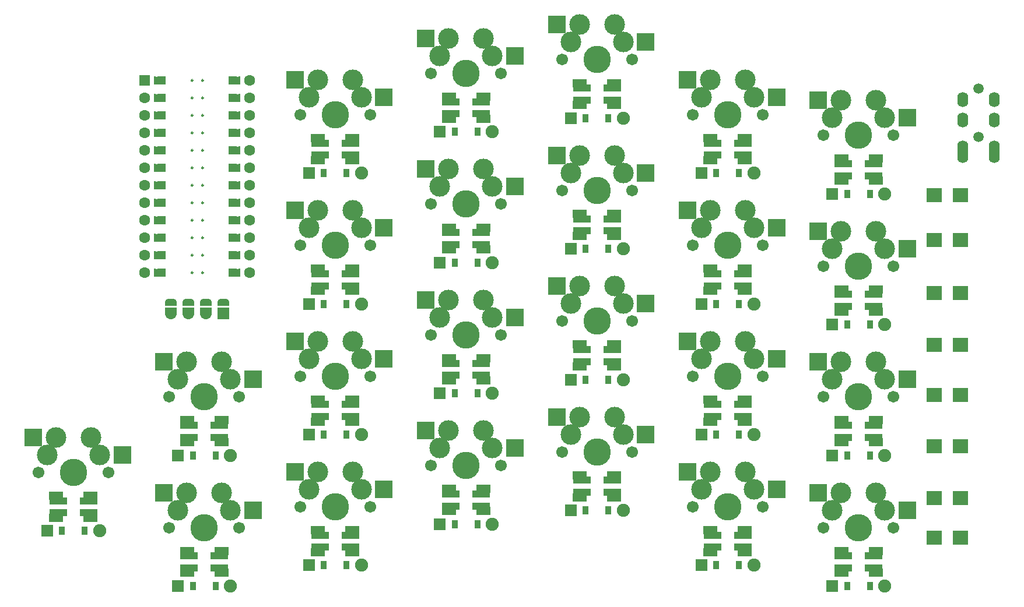
<source format=gbr>
%TF.GenerationSoftware,KiCad,Pcbnew,6.0.10-86aedd382b~118~ubuntu22.04.1*%
%TF.CreationDate,2023-01-31T18:23:29-07:00*%
%TF.ProjectId,scaarix_flow,73636161-7269-4785-9f66-6c6f772e6b69,v1.0.0*%
%TF.SameCoordinates,Original*%
%TF.FileFunction,Soldermask,Top*%
%TF.FilePolarity,Negative*%
%FSLAX46Y46*%
G04 Gerber Fmt 4.6, Leading zero omitted, Abs format (unit mm)*
G04 Created by KiCad (PCBNEW 6.0.10-86aedd382b~118~ubuntu22.04.1) date 2023-01-31 18:23:29*
%MOMM*%
%LPD*%
G01*
G04 APERTURE LIST*
G04 Aperture macros list*
%AMFreePoly0*
4,1,6,0.600000,0.200000,0.000000,-0.400000,-0.600000,0.200000,-0.600000,0.400000,0.600000,0.400000,0.600000,0.200000,0.600000,0.200000,$1*%
%AMFreePoly1*
4,1,6,0.600000,-0.250000,-0.600000,-0.250000,-0.600000,1.000000,0.000000,0.400000,0.600000,1.000000,0.600000,-0.250000,0.600000,-0.250000,$1*%
%AMFreePoly2*
4,1,20,0.000000,0.844959,0.073905,0.844508,0.209726,0.803889,0.328688,0.726782,0.421226,0.619385,0.479903,0.490333,0.500000,0.350000,0.500000,-0.350000,0.499851,-0.362216,0.476331,-0.502017,0.414519,-0.629596,0.319384,-0.734700,0.198574,-0.808877,0.061801,-0.846166,0.000000,-0.845033,0.000000,-0.850000,-0.500000,-0.850000,-0.500000,0.850000,0.000000,0.850000,0.000000,0.844959,
0.000000,0.844959,$1*%
%AMFreePoly3*
4,1,20,-0.850000,0.850000,0.000000,0.850000,0.115358,0.842136,0.293503,0.797719,0.457955,0.716085,0.601041,0.601041,0.716085,0.457955,0.797719,0.293503,0.842136,0.115358,0.850000,0.000000,0.842136,-0.115358,0.797719,-0.293503,0.716085,-0.457955,0.601041,-0.601041,0.457955,-0.716085,0.293503,-0.797719,0.115358,-0.842136,0.000000,-0.850000,-0.850000,-0.850000,-0.850000,0.850000,
-0.850000,0.850000,$1*%
G04 Aperture macros list end*
%ADD10C,0.250000*%
%ADD11C,0.100000*%
%ADD12R,2.600000X1.000000*%
%ADD13R,2.000000X1.200000*%
%ADD14R,0.900000X1.200000*%
%ADD15R,1.778000X1.778000*%
%ADD16C,1.905000*%
%ADD17C,3.000000*%
%ADD18C,1.701800*%
%ADD19C,3.987800*%
%ADD20R,2.550000X2.500000*%
%ADD21FreePoly0,90.000000*%
%ADD22C,1.600000*%
%ADD23FreePoly0,270.000000*%
%ADD24R,1.600000X1.600000*%
%ADD25FreePoly1,270.000000*%
%ADD26FreePoly1,90.000000*%
%ADD27C,1.500000*%
%ADD28O,1.600000X2.200000*%
%ADD29FreePoly2,90.000000*%
%ADD30R,1.700000X1.700000*%
%ADD31FreePoly3,270.000000*%
%ADD32R,2.200000X2.000000*%
G04 APERTURE END LIST*
D10*
%TO.C,MCU1*%
X148463000Y-77730000D02*
G75*
G03*
X148463000Y-77730000I-125000J0D01*
G01*
X149987000Y-67570000D02*
G75*
G03*
X149987000Y-67570000I-125000J0D01*
G01*
X149987000Y-75190000D02*
G75*
G03*
X149987000Y-75190000I-125000J0D01*
G01*
X148463000Y-52330000D02*
G75*
G03*
X148463000Y-52330000I-125000J0D01*
G01*
X148463000Y-65030000D02*
G75*
G03*
X148463000Y-65030000I-125000J0D01*
G01*
X148463000Y-75190000D02*
G75*
G03*
X148463000Y-75190000I-125000J0D01*
G01*
X148463000Y-59950000D02*
G75*
G03*
X148463000Y-59950000I-125000J0D01*
G01*
X148463000Y-80270000D02*
G75*
G03*
X148463000Y-80270000I-125000J0D01*
G01*
X149987000Y-72650000D02*
G75*
G03*
X149987000Y-72650000I-125000J0D01*
G01*
X148463000Y-72650000D02*
G75*
G03*
X148463000Y-72650000I-125000J0D01*
G01*
X149987000Y-59950000D02*
G75*
G03*
X149987000Y-59950000I-125000J0D01*
G01*
X149987000Y-77730000D02*
G75*
G03*
X149987000Y-77730000I-125000J0D01*
G01*
X148463000Y-67570000D02*
G75*
G03*
X148463000Y-67570000I-125000J0D01*
G01*
X148463000Y-57410000D02*
G75*
G03*
X148463000Y-57410000I-125000J0D01*
G01*
X149987000Y-70110000D02*
G75*
G03*
X149987000Y-70110000I-125000J0D01*
G01*
X148463000Y-62490000D02*
G75*
G03*
X148463000Y-62490000I-125000J0D01*
G01*
X149987000Y-54870000D02*
G75*
G03*
X149987000Y-54870000I-125000J0D01*
G01*
X149987000Y-62490000D02*
G75*
G03*
X149987000Y-62490000I-125000J0D01*
G01*
X149987000Y-65030000D02*
G75*
G03*
X149987000Y-65030000I-125000J0D01*
G01*
X149987000Y-57410000D02*
G75*
G03*
X149987000Y-57410000I-125000J0D01*
G01*
X148463000Y-54870000D02*
G75*
G03*
X148463000Y-54870000I-125000J0D01*
G01*
X149987000Y-80270000D02*
G75*
G03*
X149987000Y-80270000I-125000J0D01*
G01*
X148463000Y-70110000D02*
G75*
G03*
X148463000Y-70110000I-125000J0D01*
G01*
X149987000Y-52330000D02*
G75*
G03*
X149987000Y-52330000I-125000J0D01*
G01*
G36*
X155196000Y-55378000D02*
G01*
X154180000Y-55378000D01*
X154180000Y-54362000D01*
X155196000Y-54362000D01*
X155196000Y-55378000D01*
G37*
D11*
X155196000Y-55378000D02*
X154180000Y-55378000D01*
X154180000Y-54362000D01*
X155196000Y-54362000D01*
X155196000Y-55378000D01*
G36*
X144020000Y-55378000D02*
G01*
X143004000Y-55378000D01*
X143004000Y-54362000D01*
X144020000Y-54362000D01*
X144020000Y-55378000D01*
G37*
X144020000Y-55378000D02*
X143004000Y-55378000D01*
X143004000Y-54362000D01*
X144020000Y-54362000D01*
X144020000Y-55378000D01*
G36*
X155196000Y-60458000D02*
G01*
X154180000Y-60458000D01*
X154180000Y-59442000D01*
X155196000Y-59442000D01*
X155196000Y-60458000D01*
G37*
X155196000Y-60458000D02*
X154180000Y-60458000D01*
X154180000Y-59442000D01*
X155196000Y-59442000D01*
X155196000Y-60458000D01*
G36*
X144020000Y-68078000D02*
G01*
X143004000Y-68078000D01*
X143004000Y-67062000D01*
X144020000Y-67062000D01*
X144020000Y-68078000D01*
G37*
X144020000Y-68078000D02*
X143004000Y-68078000D01*
X143004000Y-67062000D01*
X144020000Y-67062000D01*
X144020000Y-68078000D01*
G36*
X155196000Y-73158000D02*
G01*
X154180000Y-73158000D01*
X154180000Y-72142000D01*
X155196000Y-72142000D01*
X155196000Y-73158000D01*
G37*
X155196000Y-73158000D02*
X154180000Y-73158000D01*
X154180000Y-72142000D01*
X155196000Y-72142000D01*
X155196000Y-73158000D01*
G36*
X144020000Y-60458000D02*
G01*
X143004000Y-60458000D01*
X143004000Y-59442000D01*
X144020000Y-59442000D01*
X144020000Y-60458000D01*
G37*
X144020000Y-60458000D02*
X143004000Y-60458000D01*
X143004000Y-59442000D01*
X144020000Y-59442000D01*
X144020000Y-60458000D01*
G36*
X155196000Y-70618000D02*
G01*
X154180000Y-70618000D01*
X154180000Y-69602000D01*
X155196000Y-69602000D01*
X155196000Y-70618000D01*
G37*
X155196000Y-70618000D02*
X154180000Y-70618000D01*
X154180000Y-69602000D01*
X155196000Y-69602000D01*
X155196000Y-70618000D01*
G36*
X155196000Y-75698000D02*
G01*
X154180000Y-75698000D01*
X154180000Y-74682000D01*
X155196000Y-74682000D01*
X155196000Y-75698000D01*
G37*
X155196000Y-75698000D02*
X154180000Y-75698000D01*
X154180000Y-74682000D01*
X155196000Y-74682000D01*
X155196000Y-75698000D01*
G36*
X144020000Y-52838000D02*
G01*
X143004000Y-52838000D01*
X143004000Y-51822000D01*
X144020000Y-51822000D01*
X144020000Y-52838000D01*
G37*
X144020000Y-52838000D02*
X143004000Y-52838000D01*
X143004000Y-51822000D01*
X144020000Y-51822000D01*
X144020000Y-52838000D01*
G36*
X155196000Y-68078000D02*
G01*
X154180000Y-68078000D01*
X154180000Y-67062000D01*
X155196000Y-67062000D01*
X155196000Y-68078000D01*
G37*
X155196000Y-68078000D02*
X154180000Y-68078000D01*
X154180000Y-67062000D01*
X155196000Y-67062000D01*
X155196000Y-68078000D01*
G36*
X155196000Y-57918000D02*
G01*
X154180000Y-57918000D01*
X154180000Y-56902000D01*
X155196000Y-56902000D01*
X155196000Y-57918000D01*
G37*
X155196000Y-57918000D02*
X154180000Y-57918000D01*
X154180000Y-56902000D01*
X155196000Y-56902000D01*
X155196000Y-57918000D01*
G36*
X144020000Y-80778000D02*
G01*
X143004000Y-80778000D01*
X143004000Y-79762000D01*
X144020000Y-79762000D01*
X144020000Y-80778000D01*
G37*
X144020000Y-80778000D02*
X143004000Y-80778000D01*
X143004000Y-79762000D01*
X144020000Y-79762000D01*
X144020000Y-80778000D01*
G36*
X144020000Y-65538000D02*
G01*
X143004000Y-65538000D01*
X143004000Y-64522000D01*
X144020000Y-64522000D01*
X144020000Y-65538000D01*
G37*
X144020000Y-65538000D02*
X143004000Y-65538000D01*
X143004000Y-64522000D01*
X144020000Y-64522000D01*
X144020000Y-65538000D01*
G36*
X144020000Y-73158000D02*
G01*
X143004000Y-73158000D01*
X143004000Y-72142000D01*
X144020000Y-72142000D01*
X144020000Y-73158000D01*
G37*
X144020000Y-73158000D02*
X143004000Y-73158000D01*
X143004000Y-72142000D01*
X144020000Y-72142000D01*
X144020000Y-73158000D01*
G36*
X155196000Y-65538000D02*
G01*
X154180000Y-65538000D01*
X154180000Y-64522000D01*
X155196000Y-64522000D01*
X155196000Y-65538000D01*
G37*
X155196000Y-65538000D02*
X154180000Y-65538000D01*
X154180000Y-64522000D01*
X155196000Y-64522000D01*
X155196000Y-65538000D01*
G36*
X155196000Y-78238000D02*
G01*
X154180000Y-78238000D01*
X154180000Y-77222000D01*
X155196000Y-77222000D01*
X155196000Y-78238000D01*
G37*
X155196000Y-78238000D02*
X154180000Y-78238000D01*
X154180000Y-77222000D01*
X155196000Y-77222000D01*
X155196000Y-78238000D01*
G36*
X144020000Y-70618000D02*
G01*
X143004000Y-70618000D01*
X143004000Y-69602000D01*
X144020000Y-69602000D01*
X144020000Y-70618000D01*
G37*
X144020000Y-70618000D02*
X143004000Y-70618000D01*
X143004000Y-69602000D01*
X144020000Y-69602000D01*
X144020000Y-70618000D01*
G36*
X144020000Y-62998000D02*
G01*
X143004000Y-62998000D01*
X143004000Y-61982000D01*
X144020000Y-61982000D01*
X144020000Y-62998000D01*
G37*
X144020000Y-62998000D02*
X143004000Y-62998000D01*
X143004000Y-61982000D01*
X144020000Y-61982000D01*
X144020000Y-62998000D01*
G36*
X144020000Y-57918000D02*
G01*
X143004000Y-57918000D01*
X143004000Y-56902000D01*
X144020000Y-56902000D01*
X144020000Y-57918000D01*
G37*
X144020000Y-57918000D02*
X143004000Y-57918000D01*
X143004000Y-56902000D01*
X144020000Y-56902000D01*
X144020000Y-57918000D01*
G36*
X144020000Y-75698000D02*
G01*
X143004000Y-75698000D01*
X143004000Y-74682000D01*
X144020000Y-74682000D01*
X144020000Y-75698000D01*
G37*
X144020000Y-75698000D02*
X143004000Y-75698000D01*
X143004000Y-74682000D01*
X144020000Y-74682000D01*
X144020000Y-75698000D01*
G36*
X155196000Y-62998000D02*
G01*
X154180000Y-62998000D01*
X154180000Y-61982000D01*
X155196000Y-61982000D01*
X155196000Y-62998000D01*
G37*
X155196000Y-62998000D02*
X154180000Y-62998000D01*
X154180000Y-61982000D01*
X155196000Y-61982000D01*
X155196000Y-62998000D01*
G36*
X144020000Y-78238000D02*
G01*
X143004000Y-78238000D01*
X143004000Y-77222000D01*
X144020000Y-77222000D01*
X144020000Y-78238000D01*
G37*
X144020000Y-78238000D02*
X143004000Y-78238000D01*
X143004000Y-77222000D01*
X144020000Y-77222000D01*
X144020000Y-78238000D01*
G36*
X155196000Y-80778000D02*
G01*
X154180000Y-80778000D01*
X154180000Y-79762000D01*
X155196000Y-79762000D01*
X155196000Y-80778000D01*
G37*
X155196000Y-80778000D02*
X154180000Y-80778000D01*
X154180000Y-79762000D01*
X155196000Y-79762000D01*
X155196000Y-80778000D01*
G36*
X155196000Y-52838000D02*
G01*
X154180000Y-52838000D01*
X154180000Y-51822000D01*
X155196000Y-51822000D01*
X155196000Y-52838000D01*
G37*
X155196000Y-52838000D02*
X154180000Y-52838000D01*
X154180000Y-51822000D01*
X155196000Y-51822000D01*
X155196000Y-52838000D01*
%TD*%
D12*
%TO.C,LED19*%
X223900000Y-61425000D03*
X223900000Y-63175000D03*
X228300000Y-63175000D03*
X228300000Y-61425000D03*
D13*
X223600000Y-60700000D03*
X223600000Y-63900000D03*
X228600000Y-63900000D03*
X228600000Y-60700000D03*
%TD*%
D14*
%TO.C,D6*%
X167450000Y-84800000D03*
D15*
X165290000Y-84800000D03*
D16*
X172910000Y-84800000D03*
D14*
X170750000Y-84800000D03*
%TD*%
%TO.C,D9*%
X186450000Y-97800000D03*
D15*
X184290000Y-97800000D03*
D16*
X191910000Y-97800000D03*
D14*
X189750000Y-97800000D03*
%TD*%
D12*
%TO.C,LED1*%
X128900000Y-113425000D03*
X128900000Y-115175000D03*
X133300000Y-115175000D03*
X133300000Y-113425000D03*
D13*
X128600000Y-112700000D03*
X128600000Y-115900000D03*
X133600000Y-115900000D03*
X133600000Y-112700000D03*
%TD*%
D12*
%TO.C,LED20*%
X242900000Y-121425000D03*
X242900000Y-123175000D03*
X247300000Y-123175000D03*
X247300000Y-121425000D03*
D13*
X242600000Y-120700000D03*
X242600000Y-123900000D03*
X247600000Y-123900000D03*
X247600000Y-120700000D03*
%TD*%
D17*
%TO.C,S15*%
X210910000Y-46760000D03*
D18*
X212180000Y-49300000D03*
X202020000Y-49300000D03*
D19*
X207100000Y-49300000D03*
D17*
X209640000Y-44220000D03*
X203290000Y-46760000D03*
X204560000Y-44220000D03*
D20*
X214185000Y-46760000D03*
X201258000Y-44220000D03*
%TD*%
D12*
%TO.C,LED16*%
X223900000Y-118425000D03*
X223900000Y-120175000D03*
X228300000Y-120175000D03*
X228300000Y-118425000D03*
D13*
X223600000Y-117700000D03*
X223600000Y-120900000D03*
X228600000Y-120900000D03*
X228600000Y-117700000D03*
%TD*%
D17*
%TO.C,S10*%
X185560000Y-65220000D03*
D19*
X188100000Y-70300000D03*
D17*
X191910000Y-67760000D03*
D18*
X183020000Y-70300000D03*
X193180000Y-70300000D03*
D17*
X184290000Y-67760000D03*
X190640000Y-65220000D03*
D20*
X195185000Y-67760000D03*
X182258000Y-65220000D03*
%TD*%
D17*
%TO.C,S3*%
X153910000Y-95760000D03*
X146290000Y-95760000D03*
X147560000Y-93220000D03*
D18*
X155180000Y-98300000D03*
X145020000Y-98300000D03*
D19*
X150100000Y-98300000D03*
D17*
X152640000Y-93220000D03*
D20*
X157185000Y-95760000D03*
X144258000Y-93220000D03*
%TD*%
D12*
%TO.C,LED23*%
X242900000Y-64425000D03*
X242900000Y-66175000D03*
X247300000Y-66175000D03*
X247300000Y-64425000D03*
D13*
X242600000Y-63700000D03*
X242600000Y-66900000D03*
X247600000Y-66900000D03*
X247600000Y-63700000D03*
%TD*%
D17*
%TO.C,S22*%
X248910000Y-76760000D03*
D18*
X250180000Y-79300000D03*
D19*
X245100000Y-79300000D03*
D17*
X241290000Y-76760000D03*
X242560000Y-74220000D03*
D18*
X240020000Y-79300000D03*
D17*
X247640000Y-74220000D03*
D20*
X252185000Y-76760000D03*
X239258000Y-74220000D03*
%TD*%
D17*
%TO.C,S20*%
X241290000Y-114760000D03*
X242560000Y-112220000D03*
X248910000Y-114760000D03*
D18*
X250180000Y-117300000D03*
D17*
X247640000Y-112220000D03*
D19*
X245100000Y-117300000D03*
D18*
X240020000Y-117300000D03*
D20*
X252185000Y-114760000D03*
X239258000Y-112220000D03*
%TD*%
D15*
%TO.C,D19*%
X222290000Y-65800000D03*
D14*
X224450000Y-65800000D03*
X227750000Y-65800000D03*
D16*
X229910000Y-65800000D03*
%TD*%
D17*
%TO.C,S16*%
X228640000Y-109220000D03*
X223560000Y-109220000D03*
D18*
X221020000Y-114300000D03*
D17*
X222290000Y-111760000D03*
D19*
X226100000Y-114300000D03*
D18*
X231180000Y-114300000D03*
D17*
X229910000Y-111760000D03*
D20*
X233185000Y-111760000D03*
X220258000Y-109220000D03*
%TD*%
D12*
%TO.C,LED9*%
X185900000Y-93425000D03*
X185900000Y-95175000D03*
X190300000Y-95175000D03*
X190300000Y-93425000D03*
D13*
X185600000Y-92700000D03*
X185600000Y-95900000D03*
X190600000Y-95900000D03*
X190600000Y-92700000D03*
%TD*%
D12*
%TO.C,LED10*%
X185900000Y-74425000D03*
X185900000Y-76175000D03*
X190300000Y-76175000D03*
X190300000Y-74425000D03*
D13*
X185600000Y-73700000D03*
X185600000Y-76900000D03*
X190600000Y-76900000D03*
X190600000Y-73700000D03*
%TD*%
D18*
%TO.C,S9*%
X183020000Y-89300000D03*
D17*
X184290000Y-86760000D03*
D19*
X188100000Y-89300000D03*
D17*
X185560000Y-84220000D03*
X191910000Y-86760000D03*
X190640000Y-84220000D03*
D18*
X193180000Y-89300000D03*
D20*
X195185000Y-86760000D03*
X182258000Y-84220000D03*
%TD*%
D14*
%TO.C,D3*%
X148450000Y-106800000D03*
D15*
X146290000Y-106800000D03*
D16*
X153910000Y-106800000D03*
D14*
X151750000Y-106800000D03*
%TD*%
D17*
%TO.C,S19*%
X223560000Y-52220000D03*
X222290000Y-54760000D03*
X228640000Y-52220000D03*
D19*
X226100000Y-57300000D03*
D18*
X231180000Y-57300000D03*
X221020000Y-57300000D03*
D17*
X229910000Y-54760000D03*
D20*
X233185000Y-54760000D03*
X220258000Y-52220000D03*
%TD*%
D15*
%TO.C,D14*%
X203290000Y-76800000D03*
D14*
X205450000Y-76800000D03*
X208750000Y-76800000D03*
D16*
X210910000Y-76800000D03*
%TD*%
D15*
%TO.C,D17*%
X222290000Y-103800000D03*
D14*
X224450000Y-103800000D03*
D16*
X229910000Y-103800000D03*
D14*
X227750000Y-103800000D03*
%TD*%
%TO.C,D8*%
X186450000Y-116800000D03*
D15*
X184290000Y-116800000D03*
D16*
X191910000Y-116800000D03*
D14*
X189750000Y-116800000D03*
%TD*%
D17*
%TO.C,S4*%
X172910000Y-111760000D03*
D19*
X169100000Y-114300000D03*
D18*
X164020000Y-114300000D03*
D17*
X171640000Y-109220000D03*
X165290000Y-111760000D03*
D18*
X174180000Y-114300000D03*
D17*
X166560000Y-109220000D03*
D20*
X176185000Y-111760000D03*
X163258000Y-109220000D03*
%TD*%
D14*
%TO.C,D1*%
X129450000Y-117800000D03*
D15*
X127290000Y-117800000D03*
D14*
X132750000Y-117800000D03*
D16*
X134910000Y-117800000D03*
%TD*%
D12*
%TO.C,LED5*%
X166900000Y-99425000D03*
X166900000Y-101175000D03*
X171300000Y-101175000D03*
X171300000Y-99425000D03*
D13*
X166600000Y-98700000D03*
X166600000Y-101900000D03*
X171600000Y-101900000D03*
X171600000Y-98700000D03*
%TD*%
D12*
%TO.C,LED2*%
X147900000Y-121425000D03*
X147900000Y-123175000D03*
X152300000Y-123175000D03*
X152300000Y-121425000D03*
D13*
X147600000Y-120700000D03*
X147600000Y-123900000D03*
X152600000Y-123900000D03*
X152600000Y-120700000D03*
%TD*%
D12*
%TO.C,LED7*%
X166900000Y-61425000D03*
X166900000Y-63175000D03*
X171300000Y-63175000D03*
X171300000Y-61425000D03*
D13*
X166600000Y-60700000D03*
X166600000Y-63900000D03*
X171600000Y-63900000D03*
X171600000Y-60700000D03*
%TD*%
D12*
%TO.C,LED3*%
X147900000Y-102425000D03*
X147900000Y-104175000D03*
X152300000Y-104175000D03*
X152300000Y-102425000D03*
D13*
X147600000Y-101700000D03*
X147600000Y-104900000D03*
X152600000Y-104900000D03*
X152600000Y-101700000D03*
%TD*%
D12*
%TO.C,LED12*%
X204900000Y-110425000D03*
X204900000Y-112175000D03*
X209300000Y-112175000D03*
X209300000Y-110425000D03*
D13*
X204600000Y-109700000D03*
X204600000Y-112900000D03*
X209600000Y-112900000D03*
X209600000Y-109700000D03*
%TD*%
D14*
%TO.C,D22*%
X243450000Y-87800000D03*
D15*
X241290000Y-87800000D03*
D16*
X248910000Y-87800000D03*
D14*
X246750000Y-87800000D03*
%TD*%
D17*
%TO.C,S11*%
X185560000Y-46220000D03*
D18*
X183020000Y-51300000D03*
D17*
X184290000Y-48760000D03*
D18*
X193180000Y-51300000D03*
D19*
X188100000Y-51300000D03*
D17*
X191910000Y-48760000D03*
X190640000Y-46220000D03*
D20*
X195185000Y-48760000D03*
X182258000Y-46220000D03*
%TD*%
D15*
%TO.C,D16*%
X222290000Y-122800000D03*
D14*
X224450000Y-122800000D03*
D16*
X229910000Y-122800000D03*
D14*
X227750000Y-122800000D03*
%TD*%
D21*
%TO.C,MCU1*%
X143258000Y-57410000D03*
D22*
X141480000Y-77730000D03*
D23*
X154942000Y-67570000D03*
D22*
X156720000Y-80270000D03*
D23*
X154942000Y-72650000D03*
D22*
X141480000Y-62490000D03*
D23*
X154942000Y-62490000D03*
D22*
X141480000Y-72650000D03*
D23*
X154942000Y-80270000D03*
D22*
X156720000Y-65030000D03*
D21*
X143258000Y-65030000D03*
D23*
X154942000Y-57410000D03*
D22*
X156720000Y-67570000D03*
D23*
X154942000Y-54870000D03*
D21*
X143258000Y-75190000D03*
D24*
X141480000Y-52330000D03*
D23*
X154942000Y-75190000D03*
D21*
X143258000Y-72650000D03*
D22*
X141480000Y-52330000D03*
X156720000Y-62490000D03*
X141480000Y-75190000D03*
D23*
X154942000Y-59950000D03*
D21*
X143258000Y-54870000D03*
D22*
X141480000Y-59950000D03*
D21*
X143258000Y-62490000D03*
X143258000Y-77730000D03*
X143258000Y-80270000D03*
X143258000Y-52330000D03*
D22*
X156720000Y-57410000D03*
D23*
X154942000Y-70110000D03*
D22*
X156720000Y-54870000D03*
X156720000Y-59950000D03*
X156720000Y-70110000D03*
X141480000Y-70110000D03*
X141480000Y-57410000D03*
D23*
X154942000Y-52330000D03*
D21*
X143258000Y-67570000D03*
D22*
X156720000Y-52330000D03*
D21*
X143258000Y-59950000D03*
D22*
X141480000Y-67570000D03*
D23*
X154942000Y-65030000D03*
D22*
X156720000Y-72650000D03*
D23*
X154942000Y-77730000D03*
D22*
X156720000Y-75190000D03*
X141480000Y-65030000D03*
X156720000Y-77730000D03*
D21*
X143258000Y-70110000D03*
D22*
X141480000Y-54870000D03*
X141480000Y-80270000D03*
D25*
X153926000Y-52330000D03*
X153926000Y-54870000D03*
X153926000Y-57410000D03*
X153926000Y-59950000D03*
X153926000Y-62490000D03*
X153926000Y-65030000D03*
X153926000Y-67570000D03*
X153926000Y-70110000D03*
X153926000Y-72650000D03*
X153926000Y-75190000D03*
X153926000Y-77730000D03*
X153926000Y-80270000D03*
D26*
X144274000Y-80270000D03*
X144274000Y-77730000D03*
X144274000Y-75190000D03*
X144274000Y-72650000D03*
X144274000Y-70110000D03*
X144274000Y-67570000D03*
X144274000Y-65030000D03*
X144274000Y-62490000D03*
X144274000Y-59950000D03*
X144274000Y-57410000D03*
X144274000Y-54870000D03*
X144274000Y-52330000D03*
%TD*%
D15*
%TO.C,D4*%
X165290000Y-122800000D03*
D14*
X167450000Y-122800000D03*
D16*
X172910000Y-122800000D03*
D14*
X170750000Y-122800000D03*
%TD*%
D12*
%TO.C,LED17*%
X223900000Y-99425000D03*
X223900000Y-101175000D03*
X228300000Y-101175000D03*
X228300000Y-99425000D03*
D13*
X223600000Y-98700000D03*
X223600000Y-101900000D03*
X228600000Y-101900000D03*
X228600000Y-98700000D03*
%TD*%
D17*
%TO.C,S23*%
X241290000Y-57760000D03*
D18*
X240020000Y-60300000D03*
D19*
X245100000Y-60300000D03*
D18*
X250180000Y-60300000D03*
D17*
X242560000Y-55220000D03*
X247640000Y-55220000D03*
X248910000Y-57760000D03*
D20*
X252185000Y-57760000D03*
X239258000Y-55220000D03*
%TD*%
D12*
%TO.C,LED13*%
X204900000Y-91425000D03*
X204900000Y-93175000D03*
X209300000Y-93175000D03*
X209300000Y-91425000D03*
D13*
X204600000Y-90700000D03*
X204600000Y-93900000D03*
X209600000Y-93900000D03*
X209600000Y-90700000D03*
%TD*%
D12*
%TO.C,LED21*%
X242900000Y-102425000D03*
X242900000Y-104175000D03*
X247300000Y-104175000D03*
X247300000Y-102425000D03*
D13*
X242600000Y-101700000D03*
X242600000Y-104900000D03*
X247600000Y-104900000D03*
X247600000Y-101700000D03*
%TD*%
D27*
%TO.C,TRRS*%
X262500000Y-60500000D03*
X262500000Y-53500000D03*
D28*
X260200000Y-63200000D03*
X264800000Y-63200000D03*
X260200000Y-62100000D03*
X264800000Y-62100000D03*
X260200000Y-58100000D03*
X264800000Y-58100000D03*
X260200000Y-55100000D03*
X264800000Y-55100000D03*
%TD*%
D15*
%TO.C,D15*%
X203290000Y-57800000D03*
D14*
X205450000Y-57800000D03*
X208750000Y-57800000D03*
D16*
X210910000Y-57800000D03*
%TD*%
D29*
%TO.C,OLED1*%
X152900000Y-84549000D03*
X150360000Y-84549000D03*
X147820000Y-84549000D03*
X145280000Y-84549000D03*
D30*
X152900000Y-86200000D03*
D31*
X150360000Y-86200000D03*
X147820000Y-86200000D03*
X145280000Y-86200000D03*
%TD*%
D15*
%TO.C,D20*%
X241290000Y-125800000D03*
D14*
X243450000Y-125800000D03*
X246750000Y-125800000D03*
D16*
X248910000Y-125800000D03*
%TD*%
D17*
%TO.C,S21*%
X248910000Y-95760000D03*
D18*
X250180000Y-98300000D03*
D17*
X247640000Y-93220000D03*
D19*
X245100000Y-98300000D03*
D18*
X240020000Y-98300000D03*
D17*
X241290000Y-95760000D03*
X242560000Y-93220000D03*
D20*
X252185000Y-95760000D03*
X239258000Y-93220000D03*
%TD*%
D12*
%TO.C,LED15*%
X204900000Y-53425000D03*
X204900000Y-55175000D03*
X209300000Y-55175000D03*
X209300000Y-53425000D03*
D13*
X204600000Y-52700000D03*
X204600000Y-55900000D03*
X209600000Y-55900000D03*
X209600000Y-52700000D03*
%TD*%
D17*
%TO.C,S2*%
X146290000Y-114760000D03*
D18*
X145020000Y-117300000D03*
D19*
X150100000Y-117300000D03*
D17*
X153910000Y-114760000D03*
X147560000Y-112220000D03*
D18*
X155180000Y-117300000D03*
D17*
X152640000Y-112220000D03*
D20*
X157185000Y-114760000D03*
X144258000Y-112220000D03*
%TD*%
D12*
%TO.C,LED6*%
X166900000Y-80425000D03*
X166900000Y-82175000D03*
X171300000Y-82175000D03*
X171300000Y-80425000D03*
D13*
X166600000Y-79700000D03*
X166600000Y-82900000D03*
X171600000Y-82900000D03*
X171600000Y-79700000D03*
%TD*%
D14*
%TO.C,D2*%
X148450000Y-125800000D03*
D15*
X146290000Y-125800000D03*
D14*
X151750000Y-125800000D03*
D16*
X153910000Y-125800000D03*
%TD*%
D18*
%TO.C,S8*%
X193180000Y-108300000D03*
D17*
X191910000Y-105760000D03*
D19*
X188100000Y-108300000D03*
D17*
X185560000Y-103220000D03*
X190640000Y-103220000D03*
X184290000Y-105760000D03*
D18*
X183020000Y-108300000D03*
D20*
X195185000Y-105760000D03*
X182258000Y-103220000D03*
%TD*%
D15*
%TO.C,D5*%
X165290000Y-103800000D03*
D14*
X167450000Y-103800000D03*
X170750000Y-103800000D03*
D16*
X172910000Y-103800000D03*
%TD*%
D17*
%TO.C,S13*%
X204560000Y-82220000D03*
D18*
X202020000Y-87300000D03*
D19*
X207100000Y-87300000D03*
D17*
X209640000Y-82220000D03*
D18*
X212180000Y-87300000D03*
D17*
X210910000Y-84760000D03*
X203290000Y-84760000D03*
D20*
X214185000Y-84760000D03*
X201258000Y-82220000D03*
%TD*%
D15*
%TO.C,D7*%
X165290000Y-65800000D03*
D14*
X167450000Y-65800000D03*
X170750000Y-65800000D03*
D16*
X172910000Y-65800000D03*
%TD*%
D18*
%TO.C,S1*%
X136180000Y-109300000D03*
X126020000Y-109300000D03*
D17*
X133640000Y-104220000D03*
X127290000Y-106760000D03*
D19*
X131100000Y-109300000D03*
D17*
X134910000Y-106760000D03*
X128560000Y-104220000D03*
D20*
X138185000Y-106760000D03*
X125258000Y-104220000D03*
%TD*%
D15*
%TO.C,D13*%
X203290000Y-95800000D03*
D14*
X205450000Y-95800000D03*
D16*
X210910000Y-95800000D03*
D14*
X208750000Y-95800000D03*
%TD*%
D18*
%TO.C,S5*%
X174180000Y-95300000D03*
D17*
X172910000Y-92760000D03*
D18*
X164020000Y-95300000D03*
D17*
X165290000Y-92760000D03*
X166560000Y-90220000D03*
X171640000Y-90220000D03*
D19*
X169100000Y-95300000D03*
D20*
X176185000Y-92760000D03*
X163258000Y-90220000D03*
%TD*%
D14*
%TO.C,D18*%
X224450000Y-84800000D03*
D15*
X222290000Y-84800000D03*
D16*
X229910000Y-84800000D03*
D14*
X227750000Y-84800000D03*
%TD*%
D17*
%TO.C,S6*%
X166560000Y-71220000D03*
X165290000Y-73760000D03*
D18*
X174180000Y-76300000D03*
D17*
X172910000Y-73760000D03*
D19*
X169100000Y-76300000D03*
D18*
X164020000Y-76300000D03*
D17*
X171640000Y-71220000D03*
D20*
X176185000Y-73760000D03*
X163258000Y-71220000D03*
%TD*%
D18*
%TO.C,S12*%
X212180000Y-106300000D03*
D17*
X209640000Y-101220000D03*
X204560000Y-101220000D03*
X203290000Y-103760000D03*
D18*
X202020000Y-106300000D03*
D19*
X207100000Y-106300000D03*
D17*
X210910000Y-103760000D03*
D20*
X214185000Y-103760000D03*
X201258000Y-101220000D03*
%TD*%
D17*
%TO.C,S7*%
X172910000Y-54760000D03*
X166560000Y-52220000D03*
D18*
X174180000Y-57300000D03*
X164020000Y-57300000D03*
D19*
X169100000Y-57300000D03*
D17*
X165290000Y-54760000D03*
X171640000Y-52220000D03*
D20*
X176185000Y-54760000D03*
X163258000Y-52220000D03*
%TD*%
D18*
%TO.C,S14*%
X212180000Y-68300000D03*
X202020000Y-68300000D03*
D17*
X210910000Y-65760000D03*
D19*
X207100000Y-68300000D03*
D17*
X203290000Y-65760000D03*
X209640000Y-63220000D03*
X204560000Y-63220000D03*
D20*
X214185000Y-65760000D03*
X201258000Y-63220000D03*
%TD*%
D12*
%TO.C,LED11*%
X185900000Y-55425000D03*
X185900000Y-57175000D03*
X190300000Y-57175000D03*
X190300000Y-55425000D03*
D13*
X185600000Y-54700000D03*
X185600000Y-57900000D03*
X190600000Y-57900000D03*
X190600000Y-54700000D03*
%TD*%
D18*
%TO.C,S18*%
X221020000Y-76300000D03*
D17*
X228640000Y-71220000D03*
D18*
X231180000Y-76300000D03*
D17*
X229910000Y-73760000D03*
X222290000Y-73760000D03*
D19*
X226100000Y-76300000D03*
D17*
X223560000Y-71220000D03*
D20*
X233185000Y-73760000D03*
X220258000Y-71220000D03*
%TD*%
D15*
%TO.C,D21*%
X241290000Y-106800000D03*
D14*
X243450000Y-106800000D03*
D16*
X248910000Y-106800000D03*
D14*
X246750000Y-106800000D03*
%TD*%
%TO.C,D11*%
X186450000Y-59800000D03*
D15*
X184290000Y-59800000D03*
D14*
X189750000Y-59800000D03*
D16*
X191910000Y-59800000D03*
%TD*%
D19*
%TO.C,S17*%
X226100000Y-95300000D03*
D17*
X228640000Y-90220000D03*
X222290000Y-92760000D03*
X223560000Y-90220000D03*
D18*
X231180000Y-95300000D03*
X221020000Y-95300000D03*
D17*
X229910000Y-92760000D03*
D20*
X233185000Y-92760000D03*
X220258000Y-90220000D03*
%TD*%
D12*
%TO.C,LED14*%
X204900000Y-72425000D03*
X204900000Y-74175000D03*
X209300000Y-74175000D03*
X209300000Y-72425000D03*
D13*
X204600000Y-71700000D03*
X204600000Y-74900000D03*
X209600000Y-74900000D03*
X209600000Y-71700000D03*
%TD*%
D12*
%TO.C,LED22*%
X242900000Y-83425000D03*
X242900000Y-85175000D03*
X247300000Y-85175000D03*
X247300000Y-83425000D03*
D13*
X242600000Y-82700000D03*
X242600000Y-85900000D03*
X247600000Y-85900000D03*
X247600000Y-82700000D03*
%TD*%
D12*
%TO.C,LED4*%
X166900000Y-118425000D03*
X166900000Y-120175000D03*
X171300000Y-120175000D03*
X171300000Y-118425000D03*
D13*
X166600000Y-117700000D03*
X166600000Y-120900000D03*
X171600000Y-120900000D03*
X171600000Y-117700000D03*
%TD*%
D12*
%TO.C,LED18*%
X223900000Y-80425000D03*
X223900000Y-82175000D03*
X228300000Y-82175000D03*
X228300000Y-80425000D03*
D13*
X223600000Y-79700000D03*
X223600000Y-82900000D03*
X228600000Y-82900000D03*
X228600000Y-79700000D03*
%TD*%
D15*
%TO.C,D10*%
X184290000Y-78800000D03*
D14*
X186450000Y-78800000D03*
X189750000Y-78800000D03*
D16*
X191910000Y-78800000D03*
%TD*%
D14*
%TO.C,D23*%
X243450000Y-68800000D03*
D15*
X241290000Y-68800000D03*
D16*
X248910000Y-68800000D03*
D14*
X246750000Y-68800000D03*
%TD*%
%TO.C,D12*%
X205450000Y-114800000D03*
D15*
X203290000Y-114800000D03*
D14*
X208750000Y-114800000D03*
D16*
X210910000Y-114800000D03*
%TD*%
D12*
%TO.C,LED8*%
X185900000Y-112425000D03*
X185900000Y-114175000D03*
X190300000Y-114175000D03*
X190300000Y-112425000D03*
D13*
X185600000Y-111700000D03*
X185600000Y-114900000D03*
X190600000Y-114900000D03*
X190600000Y-111700000D03*
%TD*%
D32*
%TO.C,J1*%
X256100000Y-69000000D03*
X259900000Y-69000000D03*
X256100000Y-75500000D03*
X259900000Y-75500000D03*
X259900000Y-83250000D03*
X256100000Y-83250000D03*
X259900000Y-90750000D03*
X259900000Y-98000000D03*
X256100000Y-90750000D03*
X256100000Y-98000000D03*
X259900000Y-105500000D03*
X256100000Y-105500000D03*
X259900000Y-113000000D03*
X256100000Y-113000000D03*
X259900000Y-118750000D03*
X256100000Y-118750000D03*
%TD*%
M02*

</source>
